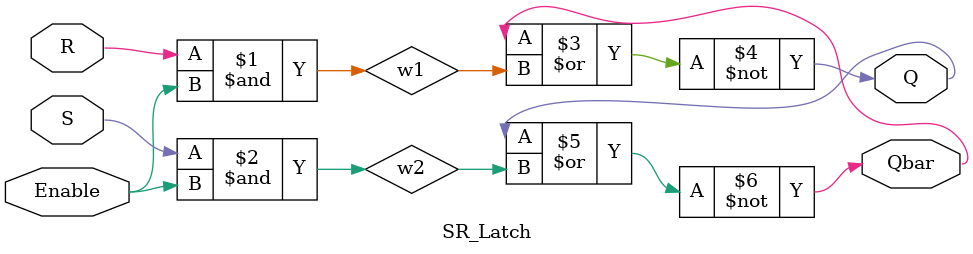
<source format=v>

module SR_Latch(input S,R,Enable, output Q,Qbar);

 wire w1,w2 ;
 assign w1 = R & Enable;
 assign w2 = S  & Enable;
 
 assign Q = ~(Qbar|w1);
 assign Qbar = ~(Q | w2);
   
endmodule

</source>
